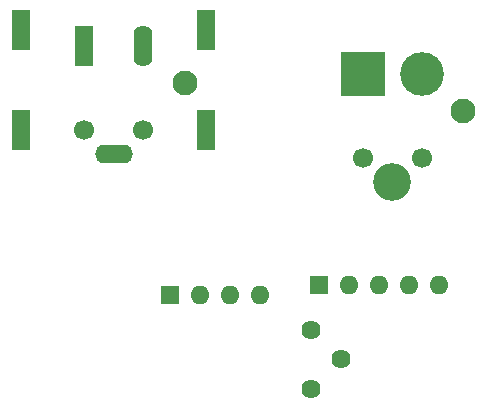
<source format=gbr>
%TF.GenerationSoftware,KiCad,Pcbnew,9.0.0*%
%TF.CreationDate,2025-03-20T16:07:02+05:30*%
%TF.ProjectId,demo-2,64656d6f-2d32-42e6-9b69-6361645f7063,rev?*%
%TF.SameCoordinates,Original*%
%TF.FileFunction,Soldermask,Bot*%
%TF.FilePolarity,Negative*%
%FSLAX46Y46*%
G04 Gerber Fmt 4.6, Leading zero omitted, Abs format (unit mm)*
G04 Created by KiCad (PCBNEW 9.0.0) date 2025-03-20 16:07:02*
%MOMM*%
%LPD*%
G01*
G04 APERTURE LIST*
%ADD10C,1.700000*%
%ADD11R,1.600000X3.500000*%
%ADD12O,1.600000X3.500000*%
%ADD13C,2.100000*%
%ADD14O,3.200000X1.600000*%
%ADD15R,3.700000X3.700000*%
%ADD16C,3.700000*%
%ADD17C,3.200000*%
%ADD18C,1.620000*%
%ADD19R,1.600000X1.600000*%
%ADD20O,1.600000X1.600000*%
G04 APERTURE END LIST*
D10*
%TO.C,J2*%
X124500000Y-74937500D03*
X129500000Y-74937500D03*
D11*
X124500000Y-67787500D03*
D12*
X129500000Y-67787500D03*
D13*
X133000000Y-70937500D03*
D14*
X127000000Y-76937500D03*
D11*
X119150000Y-66437500D03*
X119150000Y-74937500D03*
X134850000Y-66437500D03*
X134850000Y-74937500D03*
%TD*%
D10*
%TO.C,J1*%
X148090000Y-77300000D03*
X153090000Y-77300000D03*
D15*
X148090000Y-70150000D03*
D16*
X153090000Y-70150000D03*
D13*
X156590000Y-73300000D03*
D17*
X150590000Y-79300000D03*
%TD*%
D18*
%TO.C,RV1*%
X143740000Y-91800000D03*
X146240000Y-94300000D03*
X143740000Y-96800000D03*
%TD*%
D19*
%TO.C,R1*%
X131740000Y-88870000D03*
D20*
X134280000Y-88870000D03*
X136820000Y-88870000D03*
X139360000Y-88870000D03*
%TD*%
D19*
%TO.C,R2*%
X144340000Y-88000000D03*
D20*
X146880000Y-88000000D03*
X149420000Y-88000000D03*
X151960000Y-88000000D03*
X154500000Y-88000000D03*
%TD*%
M02*

</source>
